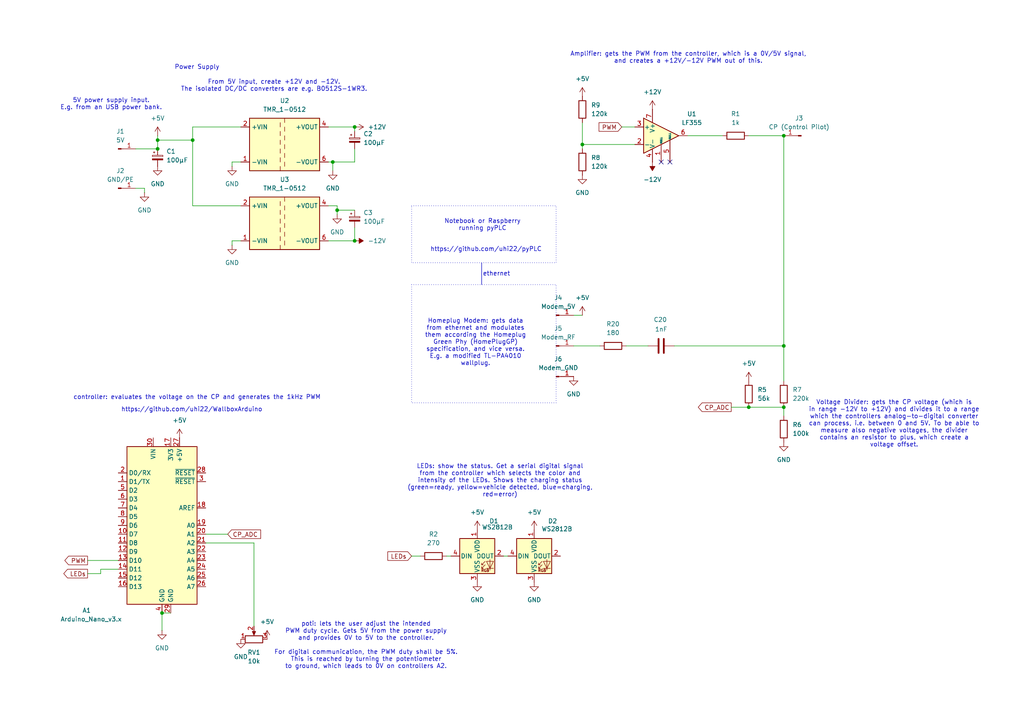
<source format=kicad_sch>
(kicad_sch (version 20231120) (generator "eeschema") (generator_version "8.0")
  (paper "A4")
  (title_block (title "PLC EVSE") (comment 1 "Github repository: https://github.com/uhi22/pyPLC") (comment 2 "Discussion: https://openinverter.org/forum/viewtopic.php?t=5116"))
  (lib_symbols
    (symbol "Amplifier_Operational:LF355" (pin_names (offset 0.127))
      (property "Reference" "U" (at 0 6.35 0))
      (property "Value" "LF355" (at 0 3.81 0))
      (symbol "LF355_0_1"
        (polyline (pts (xy -5.08 5.08) (xy 5.08 0) (xy -5.08 -5.08) (xy -5.08 5.08)) (stroke (width 0.254)) (fill (type background)))
      )
      (symbol "LF355_1_1"
        (pin input line (at 0 -7.62 90) (length 5.08) (name "NULL") (number "1"))
        (pin input line (at -7.62 -2.54 0) (length 2.54) (name "-") (number "2"))
        (pin input line (at -7.62 2.54 0) (length 2.54) (name "+") (number "3"))
        (pin power_in line (at -2.54 -7.62 90) (length 3.81) (name "V-") (number "4"))
        (pin input line (at 2.54 -7.62 90) (length 6.35) (name "NULL") (number "5"))
        (pin output line (at 7.62 0 180) (length 2.54) (name "~") (number "6"))
        (pin power_in line (at -2.54 7.62 270) (length 3.81) (name "V+") (number "7"))
        (pin no_connect line (at 0 2.54 270) (length 2.54) hide (name "NC") (number "8"))
      )
    )
    (symbol "Connector:Conn_01x01_Pin" (pin_names (offset 1.016) hide)
      (property "Reference" "J" (at 0 2.54 0))
      (property "Value" "Conn_01x01_Pin" (at 0 -2.54 0))
      (symbol "Conn_01x01_Pin_1_1"
        (polyline (pts (xy 1.27 0) (xy 0.8636 0)) (stroke (width 0.1524)))
        (rectangle (start 0.8636 0.127) (end 0 -0.127) (stroke (width 0.1524)) (fill (type outline)))
        (pin passive line (at 5.08 0 180) (length 3.81) (name "Pin_1") (number "1"))
      )
    )
    (symbol "Device:C" (pin_numbers hide) (pin_names (offset 0.254))
      (property "Reference" "C" (at 0.635 2.54 0))
      (property "Value" "C" (at 0.635 -2.54 0))
      (symbol "C_0_1"
        (polyline (pts (xy -2.032 -0.762) (xy 2.032 -0.762)) (stroke (width 0.508)))
        (polyline (pts (xy -2.032 0.762) (xy 2.032 0.762)) (stroke (width 0.508)))
      )
      (symbol "C_1_1"
        (pin passive line (at 0 3.81 270) (length 2.794) (name "~") (number "1"))
        (pin passive line (at 0 -3.81 90) (length 2.794) (name "~") (number "2"))
      )
    )
    (symbol "Device:C_Polarized_Small" (pin_numbers hide) (pin_names (offset 0.254) hide)
      (property "Reference" "C" (at 0.254 1.778 0))
      (property "Value" "C_Polarized_Small" (at 0.254 -2.032 0))
      (symbol "C_Polarized_Small_0_1"
        (rectangle (start -1.524 -0.3048) (end 1.524 -0.6858) (fill (type outline)))
        (rectangle (start -1.524 0.6858) (end 1.524 0.3048))
        (polyline (pts (xy -1.27 1.524) (xy -0.762 1.524)))
        (polyline (pts (xy -1.016 1.27) (xy -1.016 1.778)))
      )
      (symbol "C_Polarized_Small_1_1"
        (pin passive line (at 0 2.54 270) (length 1.8542) (name "~") (number "1"))
        (pin passive line (at 0 -2.54 90) (length 1.8542) (name "~") (number "2"))
      )
    )
    (symbol "Device:R" (pin_numbers hide) (pin_names (offset 0))
      (property "Reference" "R" (at 2.032 0 90))
      (property "Value" "R" (at 0 0 90))
      (symbol "R_0_1"
        (rectangle (start -1.016 -2.54) (end 1.016 2.54) (stroke (width 0.254)))
      )
      (symbol "R_1_1"
        (pin passive line (at 0 3.81 270) (length 1.27) (name "~") (number "1"))
        (pin passive line (at 0 -3.81 90) (length 1.27) (name "~") (number "2"))
      )
    )
    (symbol "Device:R_Potentiometer" (pin_names (offset 1.016) hide)
      (property "Reference" "RV" (at -4.445 0 90))
      (property "Value" "R_Potentiometer" (at -2.54 0 90))
      (symbol "R_Potentiometer_0_1"
        (polyline (pts (xy 2.54 0) (xy 1.524 0)))
        (polyline (pts (xy 1.143 0) (xy 2.286 0.508) (xy 2.286 -0.508) (xy 1.143 0)) (fill (type outline)))
        (rectangle (start 1.016 2.54) (end -1.016 -2.54) (stroke (width 0.254)))
      )
      (symbol "R_Potentiometer_1_1"
        (pin passive line (at 0 3.81 270) (length 1.27) (name "1") (number "1"))
        (pin passive line (at 3.81 0 180) (length 1.27) (name "2") (number "2"))
        (pin passive line (at 0 -3.81 90) (length 1.27) (name "3") (number "3"))
      )
    )
    (symbol "LED:WS2812B" (pin_names (offset 0.254))
      (property "Reference" "D" (at 5.08 5.715 0))
      (property "Value" "WS2812B" (at 1.27 -5.715 0))
      (symbol "WS2812B_0_0"
        (text "RGB" (at 2.286 -4.191 0) (effects (font (size 0.762 0.762))))
      )
      (symbol "WS2812B_0_1"
        (polyline (pts (xy 1.27 -3.556) (xy 1.778 -3.556)))
        (polyline (pts (xy 1.27 -2.54) (xy 1.778 -2.54)))
        (polyline (pts (xy 4.699 -3.556) (xy 2.667 -3.556)))
        (polyline (pts (xy 2.286 -2.54) (xy 1.27 -3.556) (xy 1.27 -3.048)))
        (polyline (pts (xy 2.286 -1.524) (xy 1.27 -2.54) (xy 1.27 -2.032)))
        (polyline (pts (xy 3.683 -1.016) (xy 3.683 -3.556) (xy 3.683 -4.064)))
        (polyline (pts (xy 4.699 -1.524) (xy 2.667 -1.524) (xy 3.683 -3.556) (xy 4.699 -1.524)))
        (rectangle (start 5.08 5.08) (end -5.08 -5.08) (stroke (width 0.254)) (fill (type background)))
      )
      (symbol "WS2812B_1_1"
        (pin power_in line (at 0 7.62 270) (length 2.54) (name "VDD") (number "1"))
        (pin output line (at 7.62 0 180) (length 2.54) (name "DOUT") (number "2"))
        (pin power_in line (at 0 -7.62 90) (length 2.54) (name "VSS") (number "3"))
        (pin input line (at -7.62 0 0) (length 2.54) (name "DIN") (number "4"))
      )
    )
    (symbol "MCU_Module:Arduino_Nano_v3.x"
      (property "Reference" "A" (at -10.16 23.495 0))
      (property "Value" "Arduino_Nano_v3.x" (at 5.08 -24.13 0))
      (symbol "Arduino_Nano_v3.x_0_1"
        (rectangle (start -10.16 22.86) (end 10.16 -22.86) (stroke (width 0.254)) (fill (type background)))
      )
      (symbol "Arduino_Nano_v3.x_1_1"
        (pin bidirectional line (at -12.7 12.7 0) (length 2.54) (name "D1/TX") (number "1"))
        (pin bidirectional line (at -12.7 -2.54 0) (length 2.54) (name "D7") (number "10"))
        (pin bidirectional line (at -12.7 -5.08 0) (length 2.54) (name "D8") (number "11"))
        (pin bidirectional line (at -12.7 -7.62 0) (length 2.54) (name "D9") (number "12"))
        (pin bidirectional line (at -12.7 -10.16 0) (length 2.54) (name "D10") (number "13"))
        (pin bidirectional line (at -12.7 -12.7 0) (length 2.54) (name "D11") (number "14"))
        (pin bidirectional line (at -12.7 -15.24 0) (length 2.54) (name "D12") (number "15"))
        (pin bidirectional line (at -12.7 -17.78 0) (length 2.54) (name "D13") (number "16"))
        (pin power_out line (at 2.54 25.4 270) (length 2.54) (name "3V3") (number "17"))
        (pin input line (at 12.7 5.08 180) (length 2.54) (name "AREF") (number "18"))
        (pin bidirectional line (at 12.7 0 180) (length 2.54) (name "A0") (number "19"))
        (pin bidirectional line (at -12.7 15.24 0) (length 2.54) (name "D0/RX") (number "2"))
        (pin bidirectional line (at 12.7 -2.54 180) (length 2.54) (name "A1") (number "20"))
        (pin bidirectional line (at 12.7 -5.08 180) (length 2.54) (name "A2") (number "21"))
        (pin bidirectional line (at 12.7 -7.62 180) (length 2.54) (name "A3") (number "22"))
        (pin bidirectional line (at 12.7 -10.16 180) (length 2.54) (name "A4") (number "23"))
        (pin bidirectional line (at 12.7 -12.7 180) (length 2.54) (name "A5") (number "24"))
        (pin bidirectional line (at 12.7 -15.24 180) (length 2.54) (name "A6") (number "25"))
        (pin bidirectional line (at 12.7 -17.78 180) (length 2.54) (name "A7") (number "26"))
        (pin power_out line (at 5.08 25.4 270) (length 2.54) (name "+5V") (number "27"))
        (pin input line (at 12.7 15.24 180) (length 2.54) (name "~{RESET}") (number "28"))
        (pin power_in line (at 2.54 -25.4 90) (length 2.54) (name "GND") (number "29"))
        (pin input line (at 12.7 12.7 180) (length 2.54) (name "~{RESET}") (number "3"))
        (pin power_in line (at -2.54 25.4 270) (length 2.54) (name "VIN") (number "30"))
        (pin power_in line (at 0 -25.4 90) (length 2.54) (name "GND") (number "4"))
        (pin bidirectional line (at -12.7 10.16 0) (length 2.54) (name "D2") (number "5"))
        (pin bidirectional line (at -12.7 7.62 0) (length 2.54) (name "D3") (number "6"))
        (pin bidirectional line (at -12.7 5.08 0) (length 2.54) (name "D4") (number "7"))
        (pin bidirectional line (at -12.7 2.54 0) (length 2.54) (name "D5") (number "8"))
        (pin bidirectional line (at -12.7 0 0) (length 2.54) (name "D6") (number "9"))
      )
    )
    (symbol "Regulator_Switching:TMR_1-0512"
      (property "Reference" "U" (at -8.89 8.89 0))
      (property "Value" "TMR_1-0512" (at 10.16 8.89 0))
      (symbol "TMR_1-0512_0_1"
        (rectangle (start -10.16 7.62) (end 10.16 -7.62) (stroke (width 0.254)) (fill (type background)))
        (polyline (pts (xy -1.27 -7.62) (xy -1.27 -6.35)))
        (polyline (pts (xy -1.27 -5.08) (xy -1.27 -3.81)))
        (polyline (pts (xy -1.27 -2.54) (xy -1.27 -1.27)))
        (polyline (pts (xy -1.27 0) (xy -1.27 1.27)))
        (polyline (pts (xy -1.27 2.54) (xy -1.27 3.81)))
        (polyline (pts (xy -1.27 5.08) (xy -1.27 6.35)))
        (polyline (pts (xy 0 -5.08) (xy 0 -6.35)))
        (polyline (pts (xy 0 -2.54) (xy 0 -3.81)))
        (polyline (pts (xy 0 0) (xy 0 -1.27)))
        (polyline (pts (xy 0 2.54) (xy 0 1.27)))
        (polyline (pts (xy 0 5.08) (xy 0 3.81)))
        (polyline (pts (xy 0 7.62) (xy 0 6.35)))
      )
      (symbol "TMR_1-0512_1_1"
        (pin power_in line (at -12.7 -5.08 0) (length 2.54) (name "-VIN") (number "1"))
        (pin power_in line (at -12.7 5.08 0) (length 2.54) (name "+VIN") (number "2"))
        (pin power_out line (at 12.7 5.08 180) (length 2.54) (name "+VOUT") (number "4"))
        (pin power_out line (at 12.7 -5.08 180) (length 2.54) (name "-VOUT") (number "6"))
      )
    )
    (symbol "power:+12V" (power) (pin_numbers hide) (pin_names (offset 0) hide)
      (property "Value" "+12V" (at 0 3.556 0))
      (symbol "+12V_0_1"
        (polyline (pts (xy -0.762 1.27) (xy 0 2.54)))
        (polyline (pts (xy 0 0) (xy 0 2.54)))
        (polyline (pts (xy 0 2.54) (xy 0.762 1.27)))
      )
      (symbol "+12V_1_1"
        (pin power_in line (at 0 0 90) (length 0) (name "~") (number "1"))
      )
    )
    (symbol "power:+5V" (power) (pin_numbers hide) (pin_names (offset 0) hide)
      (property "Value" "+5V" (at 0 3.556 0))
      (symbol "+5V_0_1"
        (polyline (pts (xy -0.762 1.27) (xy 0 2.54)))
        (polyline (pts (xy 0 0) (xy 0 2.54)))
        (polyline (pts (xy 0 2.54) (xy 0.762 1.27)))
      )
      (symbol "+5V_1_1"
        (pin power_in line (at 0 0 90) (length 0) (name "~") (number "1"))
      )
    )
    (symbol "power:-12V" (power) (pin_numbers hide) (pin_names (offset 0) hide)
      (property "Value" "-12V" (at 0 3.556 0))
      (symbol "-12V_0_0"
        (pin power_in line (at 0 0 90) (length 0) (name "~") (number "1"))
      )
      (symbol "-12V_0_1"
        (polyline (pts (xy 0 0) (xy 0 1.27) (xy 0.762 1.27) (xy 0 2.54) (xy -0.762 1.27) (xy 0 1.27)) (fill (type outline)))
      )
    )
    (symbol "power:GND" (power) (pin_numbers hide) (pin_names (offset 0) hide)
      (property "Value" "GND" (at 0 -3.81 0))
      (symbol "GND_0_1"
        (polyline (pts (xy 0 0) (xy 0 -1.27) (xy 1.27 -1.27) (xy 0 -2.54) (xy -1.27 -1.27) (xy 0 -1.27)))
      )
      (symbol "GND_1_1"
        (pin power_in line (at 0 0 270) (length 0) (name "~") (number "1"))
      )
    )
  )
  (junction (at 96.52 46.99))
  (junction (at 102.87 36.83))
  (junction (at 217.17 118.11))
  (junction (at 45.72 43.18))
  (junction (at 97.79 60.96))
  (junction (at 227.33 118.11))
  (junction (at 45.72 40.64))
  (junction (at 227.33 39.37))
  (junction (at 55.88 40.64))
  (junction (at 227.33 100.33))
  (junction (at 168.91 41.91))
  (junction (at 46.99 177.8))
  (junction (at 102.87 69.85))
  (no_connect (at 191.77 46.99))
  (no_connect (at 194.31 46.99))
  (wire (pts (xy 46.99 177.8) (xy 46.99 182.88)))
  (wire (pts (xy 227.33 118.11) (xy 227.33 120.65)))
  (wire (pts (xy 69.85 59.69) (xy 55.88 59.69)))
  (wire (pts (xy 227.33 100.33) (xy 227.33 110.49)))
  (wire (pts (xy 181.61 100.33) (xy 187.96 100.33)))
  (wire (pts (xy 146.05 161.29) (xy 147.32 161.29)))
  (wire (pts (xy 217.17 39.37) (xy 227.33 39.37)))
  (wire (pts (xy 102.87 36.83) (xy 95.25 36.83)))
  (polyline (pts (xy 139.7 76.2) (xy 139.7 82.55)))
  (wire (pts (xy 227.33 39.37) (xy 227.33 100.33)))
  (wire (pts (xy 67.31 69.85) (xy 67.31 71.12)))
  (wire (pts (xy 69.85 46.99) (xy 67.31 46.99)))
  (wire (pts (xy 67.31 46.99) (xy 67.31 48.26)))
  (wire (pts (xy 45.72 39.37) (xy 45.72 40.64)))
  (wire (pts (xy 168.91 35.56) (xy 168.91 41.91)))
  (wire (pts (xy 95.25 46.99) (xy 96.52 46.99)))
  (wire (pts (xy 25.4 162.56) (xy 34.29 162.56)))
  (wire (pts (xy 55.88 40.64) (xy 55.88 36.83)))
  (wire (pts (xy 217.17 118.11) (xy 227.33 118.11)))
  (wire (pts (xy 59.69 154.94) (xy 66.04 154.94)))
  (wire (pts (xy 69.85 69.85) (xy 67.31 69.85)))
  (wire (pts (xy 212.09 118.11) (xy 217.17 118.11)))
  (wire (pts (xy 73.66 157.48) (xy 59.69 157.48)))
  (wire (pts (xy 45.72 40.64) (xy 55.88 40.64)))
  (wire (pts (xy 96.52 46.99) (xy 96.52 49.53)))
  (wire (pts (xy 168.91 41.91) (xy 168.91 43.18)))
  (wire (pts (xy 39.37 43.18) (xy 45.72 43.18)))
  (wire (pts (xy 29.21 166.37) (xy 25.4 166.37)))
  (wire (pts (xy 29.21 165.1) (xy 29.21 166.37)))
  (wire (pts (xy 166.37 100.33) (xy 173.99 100.33)))
  (wire (pts (xy 102.87 43.18) (xy 102.87 46.99)))
  (wire (pts (xy 41.91 54.61) (xy 41.91 55.88)))
  (wire (pts (xy 168.91 41.91) (xy 184.15 41.91)))
  (wire (pts (xy 102.87 46.99) (xy 96.52 46.99)))
  (wire (pts (xy 95.25 69.85) (xy 102.87 69.85)))
  (wire (pts (xy 97.79 59.69) (xy 97.79 60.96)))
  (wire (pts (xy 195.58 100.33) (xy 227.33 100.33)))
  (wire (pts (xy 73.66 181.61) (xy 73.66 157.48)))
  (wire (pts (xy 102.87 38.1) (xy 102.87 36.83)))
  (wire (pts (xy 166.37 91.44) (xy 168.91 91.44)))
  (wire (pts (xy 97.79 60.96) (xy 97.79 62.23)))
  (wire (pts (xy 45.72 40.64) (xy 45.72 43.18)))
  (wire (pts (xy 129.54 161.29) (xy 130.81 161.29)))
  (wire (pts (xy 46.99 177.8) (xy 49.53 177.8)))
  (wire (pts (xy 34.29 165.1) (xy 29.21 165.1)))
  (wire (pts (xy 199.39 39.37) (xy 209.55 39.37)))
  (wire (pts (xy 102.87 69.85) (xy 102.87 66.04)))
  (wire (pts (xy 69.85 36.83) (xy 55.88 36.83)))
  (wire (pts (xy 97.79 60.96) (xy 102.87 60.96)))
  (wire (pts (xy 119.38 161.29) (xy 121.92 161.29)))
  (wire (pts (xy 180.34 36.83) (xy 184.15 36.83)))
  (wire (pts (xy 95.25 59.69) (xy 97.79 59.69)))
  (wire (pts (xy 39.37 54.61) (xy 41.91 54.61)))
  (wire (pts (xy 55.88 59.69) (xy 55.88 40.64)))
  (rectangle (start 119.38 82.55) (end 161.29 116.84) (stroke (width 0) (type dot)))
  (rectangle (start 119.38 59.69) (end 161.29 76.2) (stroke (width 0) (type dot)))
  (text "5V power supply input.\nE.g. from an USB power bank." (at 32.258 30.226 0) (effects (font (size 1.27 1.27))))
  (text "Homeplug Modem: gets data\nfrom ethernet and modulates\nthem according the Homeplug\nGreen Phy (HomePlugGP)\nspecification, and vice versa.\nE.g. a modified TL-PA4010\nwallplug." (at 137.922 99.314 0) (effects (font (size 1.27 1.27))))
  (text "https://github.com/uhi22/WallboxArduino" (at 55.626 118.872 0) (effects (font (size 1.27 1.27))))
  (text "poti: lets the user adjust the intended\nPWM duty cycle. Gets 5V from the power supply\nand provides 0V to 5V to the controller.\n\nFor digital communication, the PWM duty shall be 5%.\nThis is reached by turning the potentiometer\nto ground, which leads to 0V on controllers A2." (at 106.172 187.198 0) (effects (font (size 1.27 1.27))))
  (text "From 5V input, create +12V and -12V.\nThe isolated DC/DC converters are e.g. B0512S-1WR3." (at 79.502 24.892 0) (effects (font (size 1.27 1.27))))
  (text "LEDs: show the status. Get a serial digital signal\nfrom the controller which selects the color and\nintensity of the LEDs. Shows the charging status\n(green=ready, yellow=vehicle detected, blue=charging,\nred=error)" (at 145.034 139.446 0) (effects (font (size 1.27 1.27))))
  (text "Notebook or Raspberry\nrunning pyPLC" (at 139.954 65.278 0) (effects (font (size 1.27 1.27))))
  (text "https://github.com/uhi22/pyPLC" (at 140.97 72.39 0) (effects (font (size 1.27 1.27))))
  (text "Voltage Divider: gets the CP voltage (which is\nin range -12V to +12V) and divides it to a range\nwhich the controllers analog-to-digital converter\ncan process, i.e. between 0 and 5V. To be able to\nmeasure also negative voltages, the divider\ncontains an resistor to plus, which create a\nvoltage offset." (at 259.334 122.936 0) (effects (font (size 1.27 1.27))))
  (text "Amplifier: gets the PWM from the controller, which is a 0V/5V signal,\nand creates a +12V/-12V PWM out of this." (at 199.644 16.764 0) (effects (font (size 1.27 1.27))))
  (text "controller: evaluates the voltage on the CP and generates the 1kHz PWM" (at 57.15 115.316 0) (effects (font (size 1.27 1.27))))
  (text "ethernet" (at 144.018 79.502 0) (effects (font (size 1.27 1.27))))
  (text "Power Supply" (at 57.15 19.558 0) (effects (font (size 1.27 1.27))))
  (global_label "PWM" (shape input) (at 180.34 36.83 180) (property "Intersheetrefs" "${INTERSHEET_REFS}" (effects (hide yes))))
  (global_label "LEDs" (shape input) (at 119.38 161.29 180) (property "Intersheetrefs" "${INTERSHEET_REFS}" (effects (hide yes))))
  (global_label "CP_ADC" (shape input) (at 66.04 154.94 0) (property "Intersheetrefs" "${INTERSHEET_REFS}" (effects (hide yes))))
  (global_label "LEDs" (shape output) (at 25.4 166.37 180) (property "Intersheetrefs" "${INTERSHEET_REFS}" (effects (hide yes))))
  (global_label "PWM" (shape output) (at 25.4 162.56 180) (property "Intersheetrefs" "${INTERSHEET_REFS}" (effects (hide yes))))
  (global_label "CP_ADC" (shape output) (at 212.09 118.11 180) (property "Intersheetrefs" "${INTERSHEET_REFS}" (effects (hide yes))))
  (symbol (lib_id "Device:R") (at 213.36 39.37 90) (unit 1)
    (property "Reference" "R1" (at 213.36 33.02 90))
    (property "Value" "1k" (at 213.36 35.56 90))
    (property "Footprint" "Resistor_THT:R_Axial_DIN0309_L9.0mm_D3.2mm_P15.24mm_Horizontal" (effects (hide yes)))
    (property "Description" "Resistor" (effects (hide yes)))
  )
  (symbol (lib_id "Device:R") (at 217.17 114.3 0) (unit 1)
    (property "Reference" "R5" (at 219.71 113.0299 0) (effects (justify left)))
    (property "Value" "56k" (at 219.71 115.5699 0) (effects (justify left)))
    (property "Footprint" "Resistor_THT:R_Axial_DIN0309_L9.0mm_D3.2mm_P15.24mm_Horizontal" (effects (hide yes)))
    (property "Description" "Resistor" (effects (hide yes)))
  )
  (symbol (lib_id "MCU_Module:Arduino_Nano_v3.x") (at 46.99 152.4 0) (unit 1)
    (property "Reference" "A1" (at 23.876 177.038 0) (effects (justify left)))
    (property "Value" "Arduino_Nano_v3.x" (at 17.526 179.578 0) (effects (justify left)))
    (property "Footprint" "Module:Arduino_Nano" (effects (hide yes)))
    (property "Datasheet" "http://www.mouser.com/pdfdocs/Gravitech_Arduino_Nano3_0.pdf" (effects (hide yes)))
    (property "Description" "Arduino Nano v3.x" (effects (hide yes)))
  )
  (symbol (lib_id "Regulator_Switching:TMR_1-0512") (at 82.55 64.77 0) (unit 1)
    (property "Reference" "U3" (at 82.55 52.07 0))
    (property "Value" "TMR_1-0512" (at 82.55 54.61 0))
    (property "Footprint" "Converter_DCDC:Converter_DCDC_TRACO_TMR-1-xxxx_Single_THT" (effects (hide yes)))
    (property "Datasheet" "http://assets.tracopower.com/TMR1/documents/tmr1-datasheet.pdf" (effects (hide yes)))
    (property "Description" "83mA Regulated 1W DC/DC converter with 1.5kV isolation, 4.5V-9V input, 12V fixed Output Voltage, SIP-6" (effects (hide yes)))
  )
  (symbol (lib_id "power:GND") (at 96.52 49.53 0) (unit 1)
    (property "Reference" "#PWR05" (effects (hide yes)))
    (property "Value" "GND" (at 96.52 54.61 0))
    (property "Description" "Power symbol creates a global label with name \"GND\" , ground" (effects (hide yes)))
  )
  (symbol (lib_id "power:+5V") (at 168.91 91.44 0) (unit 1)
    (property "Reference" "#PWR025" (effects (hide yes)))
    (property "Value" "+5V" (at 168.91 86.36 0))
    (property "Description" "Power symbol creates a global label with name \"+5V\"" (effects (hide yes)))
  )
  (symbol (lib_id "power:+12V") (at 102.87 36.83 270) (unit 1)
    (property "Reference" "#PWR07" (effects (hide yes)))
    (property "Value" "+12V" (at 106.68 36.8299 90) (effects (justify left)))
    (property "Description" "Power symbol creates a global label with name \"+12V\"" (effects (hide yes)))
  )
  (symbol (lib_id "Device:R") (at 168.91 46.99 0) (unit 1)
    (property "Reference" "R8" (at 171.45 45.7199 0) (effects (justify left)))
    (property "Value" "120k" (at 171.45 48.2599 0) (effects (justify left)))
    (property "Footprint" "Resistor_THT:R_Axial_DIN0309_L9.0mm_D3.2mm_P15.24mm_Horizontal" (effects (hide yes)))
    (property "Description" "Resistor" (effects (hide yes)))
  )
  (symbol (lib_id "LED:WS2812B") (at 138.43 161.29 0) (unit 1)
    (property "Reference" "D1" (at 143.256 151.13 0))
    (property "Value" "WS2812B" (at 144.272 152.908 0))
    (property "Footprint" "LED_SMD:LED_WS2812B_PLCC4_5.0x5.0mm_P3.2mm" (effects (hide yes)))
    (property "Datasheet" "https://cdn-shop.adafruit.com/datasheets/WS2812B.pdf" (effects (hide yes)))
    (property "Description" "RGB LED with integrated controller" (effects (hide yes)))
  )
  (symbol (lib_id "power:GND") (at 168.91 50.8 0) (unit 1)
    (property "Reference" "#PWR020" (effects (hide yes)))
    (property "Value" "GND" (at 168.91 55.88 0))
    (property "Description" "Power symbol creates a global label with name \"GND\" , ground" (effects (hide yes)))
  )
  (symbol (lib_id "Device:R") (at 125.73 161.29 90) (unit 1)
    (property "Reference" "R2" (at 125.73 154.94 90))
    (property "Value" "270" (at 125.73 157.48 90))
    (property "Footprint" "Resistor_THT:R_Axial_DIN0309_L9.0mm_D3.2mm_P15.24mm_Horizontal" (effects (hide yes)))
    (property "Description" "Resistor" (effects (hide yes)))
  )
  (symbol (lib_id "power:+5V") (at 52.07 127 0) (unit 1)
    (property "Reference" "#PWR012" (effects (hide yes)))
    (property "Value" "+5V" (at 52.07 121.92 0))
    (property "Description" "Power symbol creates a global label with name \"+5V\"" (effects (hide yes)))
  )
  (symbol (lib_id "power:+5V") (at 138.43 153.67 0) (unit 1)
    (property "Reference" "#PWR018" (effects (hide yes)))
    (property "Value" "+5V" (at 138.43 148.59 0))
    (property "Description" "Power symbol creates a global label with name \"+5V\"" (effects (hide yes)))
  )
  (symbol (lib_id "power:+5V") (at 168.91 27.94 0) (unit 1)
    (property "Reference" "#PWR021" (effects (hide yes)))
    (property "Value" "+5V" (at 168.91 22.86 0))
    (property "Description" "Power symbol creates a global label with name \"+5V\"" (effects (hide yes)))
  )
  (symbol (lib_id "power:GND") (at 45.72 48.26 0) (unit 1)
    (property "Reference" "#PWR02" (effects (hide yes)))
    (property "Value" "GND" (at 45.72 53.34 0))
    (property "Description" "Power symbol creates a global label with name \"GND\" , ground" (effects (hide yes)))
  )
  (symbol (lib_id "power:GND") (at 46.99 182.88 0) (unit 1)
    (property "Reference" "#PWR013" (effects (hide yes)))
    (property "Value" "GND" (at 46.99 187.96 0))
    (property "Description" "Power symbol creates a global label with name \"GND\" , ground" (effects (hide yes)))
  )
  (symbol (lib_id "Connector:Conn_01x01_Pin") (at 161.29 109.22 0) (unit 1)
    (property "Reference" "J6" (at 161.925 104.14 0))
    (property "Value" "Modem_GND" (at 161.925 106.68 0))
    (property "Footprint" "Connector_Wire:SolderWire-0.5sqmm_1x01_D0.9mm_OD2.3mm" (effects (hide yes)))
    (property "Description" "Generic connector, single row, 01x01, script generated" (effects (hide yes)))
  )
  (symbol (lib_id "Device:C_Polarized_Small") (at 102.87 63.5 0) (unit 1)
    (property "Reference" "C3" (at 105.41 61.6838 0) (effects (justify left)))
    (property "Value" "100µF" (at 105.41 64.2238 0) (effects (justify left)))
    (property "Footprint" "Capacitor_THT:CP_Radial_D13.0mm_P5.00mm" (effects (hide yes)))
    (property "Description" "Polarized capacitor, small symbol" (effects (hide yes)))
  )
  (symbol (lib_id "power:GND") (at 227.33 128.27 0) (unit 1)
    (property "Reference" "#PWR023" (effects (hide yes)))
    (property "Value" "GND" (at 227.33 133.35 0))
    (property "Description" "Power symbol creates a global label with name \"GND\" , ground" (effects (hide yes)))
  )
  (symbol (lib_id "power:GND") (at 67.31 71.12 0) (unit 1)
    (property "Reference" "#PWR04" (effects (hide yes)))
    (property "Value" "GND" (at 67.31 76.2 0))
    (property "Description" "Power symbol creates a global label with name \"GND\" , ground" (effects (hide yes)))
  )
  (symbol (lib_id "Device:R") (at 168.91 31.75 0) (unit 1)
    (property "Reference" "R9" (at 171.45 30.4799 0) (effects (justify left)))
    (property "Value" "120k" (at 171.45 33.0199 0) (effects (justify left)))
    (property "Footprint" "Resistor_THT:R_Axial_DIN0309_L9.0mm_D3.2mm_P15.24mm_Horizontal" (effects (hide yes)))
    (property "Description" "Resistor" (effects (hide yes)))
  )
  (symbol (lib_id "Regulator_Switching:TMR_1-0512") (at 82.55 41.91 0) (unit 1)
    (property "Reference" "U2" (at 82.55 29.21 0))
    (property "Value" "TMR_1-0512" (at 82.55 31.75 0))
    (property "Footprint" "Converter_DCDC:Converter_DCDC_TRACO_TMR-1-xxxx_Single_THT" (effects (hide yes)))
    (property "Datasheet" "http://assets.tracopower.com/TMR1/documents/tmr1-datasheet.pdf" (effects (hide yes)))
    (property "Description" "83mA Regulated 1W DC/DC converter with 1.5kV isolation, 4.5V-9V input, 12V fixed Output Voltage, SIP-6" (effects (hide yes)))
  )
  (symbol (lib_id "Device:C_Polarized_Small") (at 102.87 40.64 0) (unit 1)
    (property "Reference" "C2" (at 105.41 38.8238 0) (effects (justify left)))
    (property "Value" "100µF" (at 105.41 41.3638 0) (effects (justify left)))
    (property "Footprint" "Capacitor_THT:CP_Radial_D13.0mm_P5.00mm" (effects (hide yes)))
    (property "Description" "Polarized capacitor, small symbol" (effects (hide yes)))
  )
  (symbol (lib_id "power:+5V") (at 45.72 39.37 0) (unit 1)
    (property "Reference" "#PWR011" (effects (hide yes)))
    (property "Value" "+5V" (at 45.72 34.29 0))
    (property "Description" "Power symbol creates a global label with name \"+5V\"" (effects (hide yes)))
  )
  (symbol (lib_id "power:-12V") (at 102.87 69.85 270) (unit 1)
    (property "Reference" "#PWR08" (effects (hide yes)))
    (property "Value" "-12V" (at 106.68 69.8499 90) (effects (justify left)))
    (property "Description" "Power symbol creates a global label with name \"-12V\"" (effects (hide yes)))
  )
  (symbol (lib_id "Connector:Conn_01x01_Pin") (at 161.29 100.33 0) (unit 1)
    (property "Reference" "J5" (at 161.925 95.25 0))
    (property "Value" "Modem_RF" (at 161.925 97.79 0))
    (property "Footprint" "Connector_Wire:SolderWire-0.5sqmm_1x01_D0.9mm_OD2.3mm" (effects (hide yes)))
    (property "Description" "Generic connector, single row, 01x01, script generated" (effects (hide yes)))
  )
  (symbol (lib_id "Device:C_Polarized_Small") (at 45.72 45.72 0) (unit 1)
    (property "Reference" "C1" (at 48.26 43.9038 0) (effects (justify left)))
    (property "Value" "100µF" (at 48.26 46.4438 0) (effects (justify left)))
    (property "Footprint" "Capacitor_THT:CP_Radial_D13.0mm_P5.00mm" (effects (hide yes)))
    (property "Description" "Polarized capacitor, small symbol" (effects (hide yes)))
  )
  (symbol (lib_id "Connector:Conn_01x01_Pin") (at 232.41 39.37 180) (unit 1)
    (property "Reference" "J3" (at 231.775 34.29 0))
    (property "Value" "CP (Control Pilot)" (at 231.775 36.83 0))
    (property "Footprint" "Connector_Wire:SolderWire-0.5sqmm_1x01_D0.9mm_OD2.3mm" (effects (hide yes)))
    (property "Description" "Generic connector, single row, 01x01, script generated" (effects (hide yes)))
  )
  (symbol (lib_id "power:GND") (at 166.37 109.22 0) (unit 1)
    (property "Reference" "#PWR024" (effects (hide yes)))
    (property "Value" "GND" (at 166.37 114.3 0))
    (property "Description" "Power symbol creates a global label with name \"GND\" , ground" (effects (hide yes)))
  )
  (symbol (lib_id "Connector:Conn_01x01_Pin") (at 34.29 43.18 0) (unit 1)
    (property "Reference" "J1" (at 34.925 38.1 0))
    (property "Value" "5V" (at 34.925 40.64 0))
    (property "Footprint" "Connector_Wire:SolderWire-0.5sqmm_1x01_D0.9mm_OD2.3mm" (effects (hide yes)))
    (property "Description" "Generic connector, single row, 01x01, script generated" (effects (hide yes)))
  )
  (symbol (lib_id "Device:C") (at 191.77 100.33 90) (unit 1)
    (property "Reference" "C20" (at 191.516 92.71 90))
    (property "Value" "1nF" (at 191.77 95.504 90))
    (property "Footprint" "Capacitor_THT:C_Disc_D4.3mm_W1.9mm_P5.00mm" (effects (hide yes)))
    (property "Description" "Unpolarized capacitor" (effects (hide yes)))
  )
  (symbol (lib_id "Device:R") (at 227.33 114.3 0) (unit 1)
    (property "Reference" "R7" (at 229.87 113.0299 0) (effects (justify left)))
    (property "Value" "220k" (at 229.87 115.5699 0) (effects (justify left)))
    (property "Footprint" "Resistor_THT:R_Axial_DIN0309_L9.0mm_D3.2mm_P15.24mm_Horizontal" (effects (hide yes)))
    (property "Description" "Resistor" (effects (hide yes)))
  )
  (symbol (lib_id "power:GND") (at 138.43 168.91 0) (unit 1)
    (property "Reference" "#PWR016" (effects (hide yes)))
    (property "Value" "GND" (at 138.43 173.99 0))
    (property "Description" "Power symbol creates a global label with name \"GND\" , ground" (effects (hide yes)))
  )
  (symbol (lib_id "power:+5V") (at 154.94 153.67 0) (unit 1)
    (property "Reference" "#PWR019" (effects (hide yes)))
    (property "Value" "+5V" (at 154.94 148.59 0))
    (property "Description" "Power symbol creates a global label with name \"+5V\"" (effects (hide yes)))
  )
  (symbol (lib_id "power:+12V") (at 189.23 31.75 0) (unit 1)
    (property "Reference" "#PWR010" (effects (hide yes)))
    (property "Value" "+12V" (at 189.23 26.67 0))
    (property "Description" "Power symbol creates a global label with name \"+12V\"" (effects (hide yes)))
  )
  (symbol (lib_id "power:GND") (at 67.31 48.26 0) (unit 1)
    (property "Reference" "#PWR03" (effects (hide yes)))
    (property "Value" "GND" (at 67.31 53.34 0))
    (property "Description" "Power symbol creates a global label with name \"GND\" , ground" (effects (hide yes)))
  )
  (symbol (lib_id "power:GND") (at 69.85 185.42 0) (unit 1)
    (property "Reference" "#PWR014" (effects (hide yes)))
    (property "Value" "GND" (at 69.85 190.5 0))
    (property "Description" "Power symbol creates a global label with name \"GND\" , ground" (effects (hide yes)))
  )
  (symbol (lib_id "Device:R_Potentiometer") (at 73.66 185.42 90) (unit 1)
    (property "Reference" "RV1" (at 73.66 189.23 90))
    (property "Value" "10k" (at 73.66 191.77 90))
    (property "Description" "Potentiometer" (effects (hide yes)))
  )
  (symbol (lib_id "Connector:Conn_01x01_Pin") (at 161.29 91.44 0) (unit 1)
    (property "Reference" "J4" (at 161.925 86.36 0))
    (property "Value" "Modem_5V" (at 161.925 88.9 0))
    (property "Footprint" "Connector_Wire:SolderWire-0.5sqmm_1x01_D0.9mm_OD2.3mm" (effects (hide yes)))
    (property "Description" "Generic connector, single row, 01x01, script generated" (effects (hide yes)))
  )
  (symbol (lib_id "Amplifier_Operational:LF355") (at 191.77 39.37 0) (unit 1)
    (property "Reference" "U1" (at 200.66 33.0514 0))
    (property "Value" "LF355" (at 200.66 35.5914 0))
    (property "Datasheet" "http://www.ti.com/lit/ds/symlink/lf357.pdf" (effects (hide yes)))
    (property "Description" "Single JFET Input Operational Amplifiers, DIP-8/SOIC-8" (effects (hide yes)))
  )
  (symbol (lib_id "power:-12V") (at 189.23 46.99 180) (unit 1)
    (property "Reference" "#PWR09" (effects (hide yes)))
    (property "Value" "-12V" (at 189.23 52.07 0))
    (property "Description" "Power symbol creates a global label with name \"-12V\"" (effects (hide yes)))
  )
  (symbol (lib_id "Device:R") (at 227.33 124.46 0) (unit 1)
    (property "Reference" "R6" (at 229.87 123.1899 0) (effects (justify left)))
    (property "Value" "100k" (at 229.87 125.7299 0) (effects (justify left)))
    (property "Footprint" "Resistor_THT:R_Axial_DIN0309_L9.0mm_D3.2mm_P15.24mm_Horizontal" (effects (hide yes)))
    (property "Description" "Resistor" (effects (hide yes)))
  )
  (symbol (lib_id "power:GND") (at 97.79 62.23 0) (unit 1)
    (property "Reference" "#PWR06" (effects (hide yes)))
    (property "Value" "GND" (at 97.79 67.31 0))
    (property "Description" "Power symbol creates a global label with name \"GND\" , ground" (effects (hide yes)))
  )
  (symbol (lib_id "LED:WS2812B") (at 154.94 161.29 0) (unit 1)
    (property "Reference" "D2" (at 160.274 151.13 0))
    (property "Value" "WS2812B" (at 161.544 153.416 0))
    (property "Footprint" "LED_SMD:LED_WS2812B_PLCC4_5.0x5.0mm_P3.2mm" (effects (hide yes)))
    (property "Datasheet" "https://cdn-shop.adafruit.com/datasheets/WS2812B.pdf" (effects (hide yes)))
    (property "Description" "RGB LED with integrated controller" (effects (hide yes)))
  )
  (symbol (lib_id "Connector:Conn_01x01_Pin") (at 34.29 54.61 0) (unit 1)
    (property "Reference" "J2" (at 34.925 49.53 0))
    (property "Value" "GND/PE" (at 34.925 52.07 0))
    (property "Footprint" "Connector_Wire:SolderWire-0.5sqmm_1x01_D0.9mm_OD2.3mm" (effects (hide yes)))
    (property "Description" "Generic connector, single row, 01x01, script generated" (effects (hide yes)))
  )
  (symbol (lib_id "power:GND") (at 41.91 55.88 0) (unit 1)
    (property "Reference" "#PWR01" (effects (hide yes)))
    (property "Value" "GND" (at 41.91 60.96 0))
    (property "Description" "Power symbol creates a global label with name \"GND\" , ground" (effects (hide yes)))
  )
  (symbol (lib_id "power:+5V") (at 77.47 185.42 0) (unit 1)
    (property "Reference" "#PWR015" (effects (hide yes)))
    (property "Value" "+5V" (at 77.47 180.34 0))
    (property "Description" "Power symbol creates a global label with name \"+5V\"" (effects (hide yes)))
  )
  (symbol (lib_id "power:GND") (at 154.94 168.91 0) (unit 1)
    (property "Reference" "#PWR017" (effects (hide yes)))
    (property "Value" "GND" (at 154.94 173.99 0))
    (property "Description" "Power symbol creates a global label with name \"GND\" , ground" (effects (hide yes)))
  )
  (symbol (lib_id "power:+5V") (at 217.17 110.49 0) (unit 1)
    (property "Reference" "#PWR022" (effects (hide yes)))
    (property "Value" "+5V" (at 217.17 105.41 0))
    (property "Description" "Power symbol creates a global label with name \"+5V\"" (effects (hide yes)))
  )
  (symbol (lib_id "Device:R") (at 177.8 100.33 90) (unit 1)
    (property "Reference" "R20" (at 177.8 93.98 90))
    (property "Value" "180" (at 177.8 96.52 90))
    (property "Footprint" "Resistor_THT:R_Axial_DIN0309_L9.0mm_D3.2mm_P15.24mm_Horizontal" (effects (hide yes)))
    (property "Description" "Resistor" (effects (hide yes)))
  )
)
</source>
